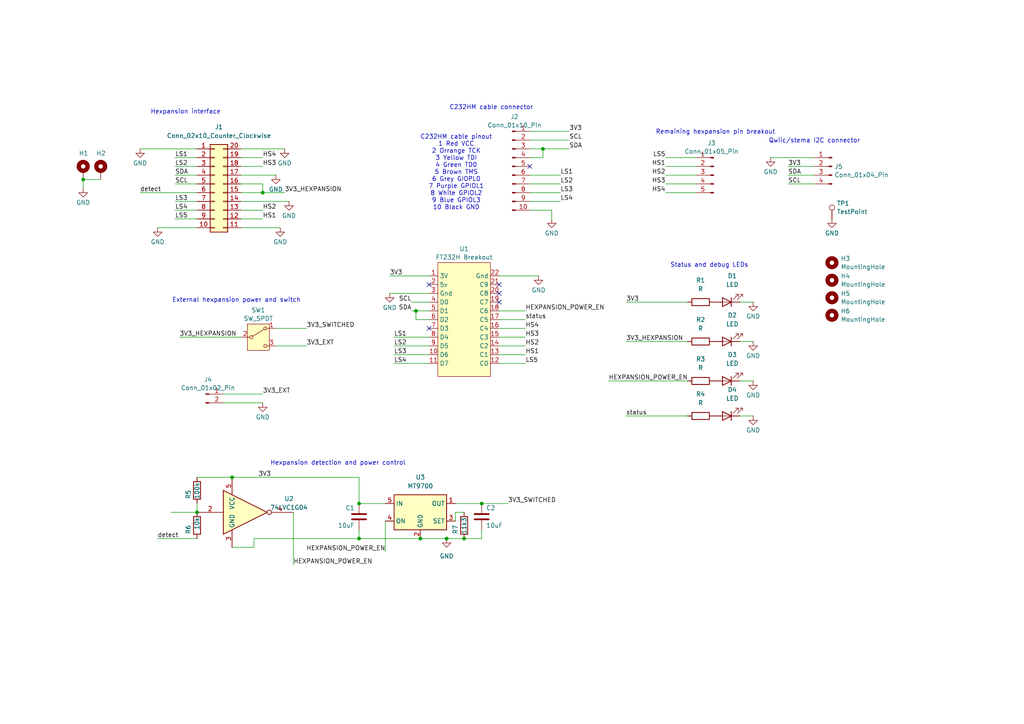
<source format=kicad_sch>
(kicad_sch (version 20231120) (generator "eeschema") (generator_version "8.0")
  (paper "A4")
  (title_block (title "Hespansion Quest Provisioning board"))
  (lib_symbols
    (symbol "74xGxx:74LVC1G04"
      (property "Reference" "U" (at 0 7.62 0))
      (property "Value" "74LVC1G04" (at 5.08 -7.62 0))
      (symbol "74LVC1G04_0_1"
        (polyline (pts (xy -7.62 6.35) (xy -7.62 -6.35) (xy 5.08 0) (xy -7.62 6.35)) (stroke (width 0.254)) (fill (type background)))
      )
      (symbol "74LVC1G04_1_1"
        (pin input line (at -15.24 0 0) (length 7.62) (name "~") (number "2"))
        (pin power_in line (at -5.08 -10.16 90) (length 5.08) (name "GND") (number "3"))
        (pin output inverted (at 12.7 0 180) (length 7.62) (name "~") (number "4"))
        (pin power_in line (at -5.08 10.16 270) (length 5.08) (name "VCC") (number "5"))
      )
    )
    (symbol "Connector:Conn_01x02_Pin" (pin_names (offset 1.016) hide)
      (property "Reference" "J" (at 0 2.54 0))
      (property "Value" "Conn_01x02_Pin" (at 0 -5.08 0))
      (symbol "Conn_01x02_Pin_1_1"
        (polyline (pts (xy 1.27 -2.54) (xy 0.8636 -2.54)) (stroke (width 0.1524)))
        (polyline (pts (xy 1.27 0) (xy 0.8636 0)) (stroke (width 0.1524)))
        (rectangle (start 0.8636 -2.413) (end 0 -2.667) (stroke (width 0.1524)) (fill (type outline)))
        (rectangle (start 0.8636 0.127) (end 0 -0.127) (stroke (width 0.1524)) (fill (type outline)))
        (pin passive line (at 5.08 0 180) (length 3.81) (name "Pin_1") (number "1"))
        (pin passive line (at 5.08 -2.54 180) (length 3.81) (name "Pin_2") (number "2"))
      )
    )
    (symbol "Connector:Conn_01x04_Pin" (pin_names (offset 1.016) hide)
      (property "Reference" "J" (at 0 5.08 0))
      (property "Value" "Conn_01x04_Pin" (at 0 -7.62 0))
      (symbol "Conn_01x04_Pin_1_1"
        (polyline (pts (xy 1.27 -5.08) (xy 0.8636 -5.08)) (stroke (width 0.1524)))
        (polyline (pts (xy 1.27 -2.54) (xy 0.8636 -2.54)) (stroke (width 0.1524)))
        (polyline (pts (xy 1.27 0) (xy 0.8636 0)) (stroke (width 0.1524)))
        (polyline (pts (xy 1.27 2.54) (xy 0.8636 2.54)) (stroke (width 0.1524)))
        (rectangle (start 0.8636 -4.953) (end 0 -5.207) (stroke (width 0.1524)) (fill (type outline)))
        (rectangle (start 0.8636 -2.413) (end 0 -2.667) (stroke (width 0.1524)) (fill (type outline)))
        (rectangle (start 0.8636 0.127) (end 0 -0.127) (stroke (width 0.1524)) (fill (type outline)))
        (rectangle (start 0.8636 2.667) (end 0 2.413) (stroke (width 0.1524)) (fill (type outline)))
        (pin passive line (at 5.08 2.54 180) (length 3.81) (name "Pin_1") (number "1"))
        (pin passive line (at 5.08 0 180) (length 3.81) (name "Pin_2") (number "2"))
        (pin passive line (at 5.08 -2.54 180) (length 3.81) (name "Pin_3") (number "3"))
        (pin passive line (at 5.08 -5.08 180) (length 3.81) (name "Pin_4") (number "4"))
      )
    )
    (symbol "Connector:Conn_01x05_Pin" (pin_names (offset 1.016) hide)
      (property "Reference" "J" (at 0 7.62 0))
      (property "Value" "Conn_01x05_Pin" (at 0 -7.62 0))
      (symbol "Conn_01x05_Pin_1_1"
        (polyline (pts (xy 1.27 -5.08) (xy 0.8636 -5.08)) (stroke (width 0.1524)))
        (polyline (pts (xy 1.27 -2.54) (xy 0.8636 -2.54)) (stroke (width 0.1524)))
        (polyline (pts (xy 1.27 0) (xy 0.8636 0)) (stroke (width 0.1524)))
        (polyline (pts (xy 1.27 2.54) (xy 0.8636 2.54)) (stroke (width 0.1524)))
        (polyline (pts (xy 1.27 5.08) (xy 0.8636 5.08)) (stroke (width 0.1524)))
        (rectangle (start 0.8636 -4.953) (end 0 -5.207) (stroke (width 0.1524)) (fill (type outline)))
        (rectangle (start 0.8636 -2.413) (end 0 -2.667) (stroke (width 0.1524)) (fill (type outline)))
        (rectangle (start 0.8636 0.127) (end 0 -0.127) (stroke (width 0.1524)) (fill (type outline)))
        (rectangle (start 0.8636 2.667) (end 0 2.413) (stroke (width 0.1524)) (fill (type outline)))
        (rectangle (start 0.8636 5.207) (end 0 4.953) (stroke (width 0.1524)) (fill (type outline)))
        (pin passive line (at 5.08 5.08 180) (length 3.81) (name "Pin_1") (number "1"))
        (pin passive line (at 5.08 2.54 180) (length 3.81) (name "Pin_2") (number "2"))
        (pin passive line (at 5.08 0 180) (length 3.81) (name "Pin_3") (number "3"))
        (pin passive line (at 5.08 -2.54 180) (length 3.81) (name "Pin_4") (number "4"))
        (pin passive line (at 5.08 -5.08 180) (length 3.81) (name "Pin_5") (number "5"))
      )
    )
    (symbol "Connector:Conn_01x10_Pin" (pin_names (offset 1.016) hide)
      (property "Reference" "J" (at 0 12.7 0))
      (property "Value" "Conn_01x10_Pin" (at 0 -15.24 0))
      (symbol "Conn_01x10_Pin_1_1"
        (polyline (pts (xy 1.27 -12.7) (xy 0.8636 -12.7)) (stroke (width 0.1524)))
        (polyline (pts (xy 1.27 -10.16) (xy 0.8636 -10.16)) (stroke (width 0.1524)))
        (polyline (pts (xy 1.27 -7.62) (xy 0.8636 -7.62)) (stroke (width 0.1524)))
        (polyline (pts (xy 1.27 -5.08) (xy 0.8636 -5.08)) (stroke (width 0.1524)))
        (polyline (pts (xy 1.27 -2.54) (xy 0.8636 -2.54)) (stroke (width 0.1524)))
        (polyline (pts (xy 1.27 0) (xy 0.8636 0)) (stroke (width 0.1524)))
        (polyline (pts (xy 1.27 2.54) (xy 0.8636 2.54)) (stroke (width 0.1524)))
        (polyline (pts (xy 1.27 5.08) (xy 0.8636 5.08)) (stroke (width 0.1524)))
        (polyline (pts (xy 1.27 7.62) (xy 0.8636 7.62)) (stroke (width 0.1524)))
        (polyline (pts (xy 1.27 10.16) (xy 0.8636 10.16)) (stroke (width 0.1524)))
        (rectangle (start 0.8636 -12.573) (end 0 -12.827) (stroke (width 0.1524)) (fill (type outline)))
        (rectangle (start 0.8636 -10.033) (end 0 -10.287) (stroke (width 0.1524)) (fill (type outline)))
        (rectangle (start 0.8636 -7.493) (end 0 -7.747) (stroke (width 0.1524)) (fill (type outline)))
        (rectangle (start 0.8636 -4.953) (end 0 -5.207) (stroke (width 0.1524)) (fill (type outline)))
        (rectangle (start 0.8636 -2.413) (end 0 -2.667) (stroke (width 0.1524)) (fill (type outline)))
        (rectangle (start 0.8636 0.127) (end 0 -0.127) (stroke (width 0.1524)) (fill (type outline)))
        (rectangle (start 0.8636 2.667) (end 0 2.413) (stroke (width 0.1524)) (fill (type outline)))
        (rectangle (start 0.8636 5.207) (end 0 4.953) (stroke (width 0.1524)) (fill (type outline)))
        (rectangle (start 0.8636 7.747) (end 0 7.493) (stroke (width 0.1524)) (fill (type outline)))
        (rectangle (start 0.8636 10.287) (end 0 10.033) (stroke (width 0.1524)) (fill (type outline)))
        (pin passive line (at 5.08 10.16 180) (length 3.81) (name "Pin_1") (number "1"))
        (pin passive line (at 5.08 -12.7 180) (length 3.81) (name "Pin_10") (number "10"))
        (pin passive line (at 5.08 7.62 180) (length 3.81) (name "Pin_2") (number "2"))
        (pin passive line (at 5.08 5.08 180) (length 3.81) (name "Pin_3") (number "3"))
        (pin passive line (at 5.08 2.54 180) (length 3.81) (name "Pin_4") (number "4"))
        (pin passive line (at 5.08 0 180) (length 3.81) (name "Pin_5") (number "5"))
        (pin passive line (at 5.08 -2.54 180) (length 3.81) (name "Pin_6") (number "6"))
        (pin passive line (at 5.08 -5.08 180) (length 3.81) (name "Pin_7") (number "7"))
        (pin passive line (at 5.08 -7.62 180) (length 3.81) (name "Pin_8") (number "8"))
        (pin passive line (at 5.08 -10.16 180) (length 3.81) (name "Pin_9") (number "9"))
      )
    )
    (symbol "Connector:TestPoint" (pin_numbers hide) (pin_names (offset 0.762) hide)
      (property "Reference" "TP" (at 0 6.858 0))
      (property "Value" "TestPoint" (at 0 5.08 0))
      (symbol "TestPoint_0_1"
        (circle (center 0 3.302) (radius 0.762))
      )
      (symbol "TestPoint_1_1"
        (pin passive line (at 0 0 90) (length 2.54) (name "1") (number "1"))
      )
    )
    (symbol "Connector_Generic:Conn_02x10_Counter_Clockwise" (pin_names (offset 1.016) hide)
      (property "Reference" "J" (at 1.27 12.7 0))
      (property "Value" "Conn_02x10_Counter_Clockwise" (at 1.27 -15.24 0))
      (symbol "Conn_02x10_Counter_Clockwise_1_1"
        (rectangle (start -1.27 -12.573) (end 0 -12.827) (stroke (width 0.1524)))
        (rectangle (start -1.27 -10.033) (end 0 -10.287) (stroke (width 0.1524)))
        (rectangle (start -1.27 -7.493) (end 0 -7.747) (stroke (width 0.1524)))
        (rectangle (start -1.27 -4.953) (end 0 -5.207) (stroke (width 0.1524)))
        (rectangle (start -1.27 -2.413) (end 0 -2.667) (stroke (width 0.1524)))
        (rectangle (start -1.27 0.127) (end 0 -0.127) (stroke (width 0.1524)))
        (rectangle (start -1.27 2.667) (end 0 2.413) (stroke (width 0.1524)))
        (rectangle (start -1.27 5.207) (end 0 4.953) (stroke (width 0.1524)))
        (rectangle (start -1.27 7.747) (end 0 7.493) (stroke (width 0.1524)))
        (rectangle (start -1.27 10.287) (end 0 10.033) (stroke (width 0.1524)))
        (rectangle (start -1.27 11.43) (end 3.81 -13.97) (stroke (width 0.254)) (fill (type background)))
        (rectangle (start 3.81 -12.573) (end 2.54 -12.827) (stroke (width 0.1524)))
        (rectangle (start 3.81 -10.033) (end 2.54 -10.287) (stroke (width 0.1524)))
        (rectangle (start 3.81 -7.493) (end 2.54 -7.747) (stroke (width 0.1524)))
        (rectangle (start 3.81 -4.953) (end 2.54 -5.207) (stroke (width 0.1524)))
        (rectangle (start 3.81 -2.413) (end 2.54 -2.667) (stroke (width 0.1524)))
        (rectangle (start 3.81 0.127) (end 2.54 -0.127) (stroke (width 0.1524)))
        (rectangle (start 3.81 2.667) (end 2.54 2.413) (stroke (width 0.1524)))
        (rectangle (start 3.81 5.207) (end 2.54 4.953) (stroke (width 0.1524)))
        (rectangle (start 3.81 7.747) (end 2.54 7.493) (stroke (width 0.1524)))
        (rectangle (start 3.81 10.287) (end 2.54 10.033) (stroke (width 0.1524)))
        (pin passive line (at -5.08 10.16 0) (length 3.81) (name "Pin_1") (number "1"))
        (pin passive line (at -5.08 -12.7 0) (length 3.81) (name "Pin_10") (number "10"))
        (pin passive line (at 7.62 -12.7 180) (length 3.81) (name "Pin_11") (number "11"))
        (pin passive line (at 7.62 -10.16 180) (length 3.81) (name "Pin_12") (number "12"))
        (pin passive line (at 7.62 -7.62 180) (length 3.81) (name "Pin_13") (number "13"))
        (pin passive line (at 7.62 -5.08 180) (length 3.81) (name "Pin_14") (number "14"))
        (pin passive line (at 7.62 -2.54 180) (length 3.81) (name "Pin_15") (number "15"))
        (pin passive line (at 7.62 0 180) (length 3.81) (name "Pin_16") (number "16"))
        (pin passive line (at 7.62 2.54 180) (length 3.81) (name "Pin_17") (number "17"))
        (pin passive line (at 7.62 5.08 180) (length 3.81) (name "Pin_18") (number "18"))
        (pin passive line (at 7.62 7.62 180) (length 3.81) (name "Pin_19") (number "19"))
        (pin passive line (at -5.08 7.62 0) (length 3.81) (name "Pin_2") (number "2"))
        (pin passive line (at 7.62 10.16 180) (length 3.81) (name "Pin_20") (number "20"))
        (pin passive line (at -5.08 5.08 0) (length 3.81) (name "Pin_3") (number "3"))
        (pin passive line (at -5.08 2.54 0) (length 3.81) (name "Pin_4") (number "4"))
        (pin passive line (at -5.08 0 0) (length 3.81) (name "Pin_5") (number "5"))
        (pin passive line (at -5.08 -2.54 0) (length 3.81) (name "Pin_6") (number "6"))
        (pin passive line (at -5.08 -5.08 0) (length 3.81) (name "Pin_7") (number "7"))
        (pin passive line (at -5.08 -7.62 0) (length 3.81) (name "Pin_8") (number "8"))
        (pin passive line (at -5.08 -10.16 0) (length 3.81) (name "Pin_9") (number "9"))
      )
    )
    (symbol "Device:C" (pin_numbers hide) (pin_names (offset 0.254))
      (property "Reference" "C" (at 0.635 2.54 0))
      (property "Value" "C" (at 0.635 -2.54 0))
      (symbol "C_0_1"
        (polyline (pts (xy -2.032 -0.762) (xy 2.032 -0.762)) (stroke (width 0.508)))
        (polyline (pts (xy -2.032 0.762) (xy 2.032 0.762)) (stroke (width 0.508)))
      )
      (symbol "C_1_1"
        (pin passive line (at 0 3.81 270) (length 2.794) (name "~") (number "1"))
        (pin passive line (at 0 -3.81 90) (length 2.794) (name "~") (number "2"))
      )
    )
    (symbol "Device:LED" (pin_numbers hide) (pin_names (offset 1.016) hide)
      (property "Reference" "D" (at 0 2.54 0))
      (property "Value" "LED" (at 0 -2.54 0))
      (symbol "LED_0_1"
        (polyline (pts (xy -1.27 -1.27) (xy -1.27 1.27)) (stroke (width 0.254)))
        (polyline (pts (xy -1.27 0) (xy 1.27 0)))
        (polyline (pts (xy 1.27 -1.27) (xy 1.27 1.27) (xy -1.27 0) (xy 1.27 -1.27)) (stroke (width 0.254)))
        (polyline (pts (xy -3.048 -0.762) (xy -4.572 -2.286) (xy -3.81 -2.286) (xy -4.572 -2.286) (xy -4.572 -1.524)))
        (polyline (pts (xy -1.778 -0.762) (xy -3.302 -2.286) (xy -2.54 -2.286) (xy -3.302 -2.286) (xy -3.302 -1.524)))
      )
      (symbol "LED_1_1"
        (pin passive line (at -3.81 0 0) (length 2.54) (name "K") (number "1"))
        (pin passive line (at 3.81 0 180) (length 2.54) (name "A") (number "2"))
      )
    )
    (symbol "Device:R" (pin_numbers hide) (pin_names (offset 0))
      (property "Reference" "R" (at 2.032 0 90))
      (property "Value" "R" (at 0 0 90))
      (symbol "R_0_1"
        (rectangle (start -1.016 -2.54) (end 1.016 2.54) (stroke (width 0.254)))
      )
      (symbol "R_1_1"
        (pin passive line (at 0 3.81 270) (length 1.27) (name "~") (number "1"))
        (pin passive line (at 0 -3.81 90) (length 1.27) (name "~") (number "2"))
      )
    )
    (symbol "Mechanical:MountingHole" (pin_names (offset 1.016)) (exclude_from_sim yes) (in_bom no)
      (property "Reference" "H" (at 0 5.08 0))
      (property "Value" "MountingHole" (at 0 3.175 0))
      (symbol "MountingHole_0_1"
        (circle (center 0 0) (radius 1.27) (stroke (width 1.27)))
      )
    )
    (symbol "Mechanical:MountingHole_Pad" (pin_numbers hide) (pin_names (offset 1.016) hide)
      (property "Reference" "H" (at 0 6.35 0))
      (property "Value" "MountingHole_Pad" (at 0 4.445 0))
      (symbol "MountingHole_Pad_0_1"
        (circle (center 0 1.27) (radius 1.27) (stroke (width 1.27)))
      )
      (symbol "MountingHole_Pad_1_1"
        (pin input line (at 0 -2.54 90) (length 2.54) (name "1") (number "1"))
      )
    )
    (symbol "Power_Management:AAT4610BIGV-1-T1"
      (property "Reference" "U" (at -6.35 -6.35 0))
      (property "Value" "AAT4610BIGV-1-T1" (at 0 6.35 0))
      (symbol "AAT4610BIGV-1-T1_0_1"
        (rectangle (start -7.62 5.08) (end 7.62 -5.08) (stroke (width 0.254)) (fill (type background)))
      )
      (symbol "AAT4610BIGV-1-T1_1_1"
        (pin power_out line (at 10.16 2.54 180) (length 2.54) (name "OUT") (number "1"))
        (pin power_in line (at 0 -7.62 90) (length 2.54) (name "GND") (number "2"))
        (pin passive line (at 10.16 -2.54 180) (length 2.54) (name "SET") (number "3"))
        (pin input line (at -10.16 -2.54 0) (length 2.54) (name "ON") (number "4"))
        (pin power_in line (at -10.16 2.54 0) (length 2.54) (name "IN") (number "5"))
      )
    )
    (symbol "Switch:SW_SPDT" (pin_names (offset 0) hide)
      (property "Reference" "SW" (at 0 5.08 0))
      (property "Value" "SW_SPDT" (at 0 -5.08 0))
      (symbol "SW_SPDT_0_1"
        (circle (center -2.032 0) (radius 0.4572))
        (polyline (pts (xy -1.651 0.254) (xy 1.651 2.286)))
        (circle (center 2.032 -2.54) (radius 0.4572))
        (circle (center 2.032 2.54) (radius 0.4572))
      )
      (symbol "SW_SPDT_1_1"
        (rectangle (start -3.175 3.81) (end 3.175 -3.81) (fill (type background)))
        (pin passive line (at 5.08 2.54 180) (length 2.54) (name "A") (number "1"))
        (pin passive line (at -5.08 0 0) (length 2.54) (name "B") (number "2"))
        (pin passive line (at 5.08 -2.54 180) (length 2.54) (name "C") (number "3"))
      )
    )
    (symbol "hexpansion:adafruit_FT232H"
      (property "Reference" "U" (at 0 -19.812 0))
      (property "Value" "FT232H Breakout" (at 0 -17.78 0))
      (symbol "adafruit_FT232H_0_0"
        (pin power_out line (at -10.16 12.7 0) (length 2.54) (name "3V") (number "1"))
        (pin bidirectional line (at -10.16 -10.16 0) (length 2.54) (name "D6") (number "10"))
        (pin bidirectional line (at -10.16 -12.7 0) (length 2.54) (name "D7") (number "11"))
        (pin bidirectional line (at 10.16 -12.7 180) (length 2.54) (name "C0") (number "12"))
        (pin bidirectional line (at 10.16 -10.16 180) (length 2.54) (name "C1") (number "13"))
        (pin bidirectional line (at 10.16 -7.62 180) (length 2.54) (name "C2") (number "14"))
        (pin bidirectional line (at 10.16 -5.08 180) (length 2.54) (name "C3") (number "15"))
        (pin bidirectional line (at 10.16 -2.54 180) (length 2.54) (name "C4") (number "16"))
        (pin bidirectional line (at 10.16 0 180) (length 2.54) (name "C5") (number "17"))
        (pin bidirectional line (at 10.16 2.54 180) (length 2.54) (name "C6") (number "18"))
        (pin bidirectional line (at 10.16 5.08 180) (length 2.54) (name "C7") (number "19"))
        (pin power_out line (at -10.16 10.16 0) (length 2.54) (name "5v") (number "2"))
        (pin bidirectional line (at 10.16 7.62 180) (length 2.54) (name "C8") (number "20"))
        (pin bidirectional line (at 10.16 10.16 180) (length 2.54) (name "C9") (number "21"))
        (pin power_out line (at -10.16 7.62 0) (length 2.54) (name "Gnd") (number "3"))
        (pin bidirectional line (at -10.16 5.08 0) (length 2.54) (name "D0") (number "4"))
        (pin bidirectional line (at -10.16 2.54 0) (length 2.54) (name "D1") (number "5"))
        (pin bidirectional line (at -10.16 0 0) (length 2.54) (name "D2") (number "6"))
        (pin bidirectional line (at -10.16 -2.54 0) (length 2.54) (name "D3") (number "7"))
        (pin bidirectional line (at -10.16 -5.08 0) (length 2.54) (name "D4") (number "8"))
        (pin bidirectional line (at -10.16 -7.62 0) (length 2.54) (name "D5") (number "9"))
      )
      (symbol "adafruit_FT232H_1_0"
        (pin power_out line (at 10.16 12.7 180) (length 2.54) (name "Gnd") (number "22"))
      )
      (symbol "adafruit_FT232H_1_1"
        (rectangle (start -7.62 16.51) (end 7.62 -16.51) (fill (type background)))
      )
    )
    (symbol "power:GND" (power) (pin_numbers hide) (pin_names (offset 0) hide)
      (property "Value" "GND" (at 0 -3.81 0))
      (symbol "GND_0_1"
        (polyline (pts (xy 0 0) (xy 0 -1.27) (xy 1.27 -1.27) (xy 0 -2.54) (xy -1.27 -1.27) (xy 0 -1.27)))
      )
      (symbol "GND_1_1"
        (pin power_in line (at 0 0 270) (length 0) (name "~") (number "1"))
      )
    )
  )
  (junction (at 76.2 55.88))
  (junction (at 104.14 156.21))
  (junction (at 121.92 156.21))
  (junction (at 129.54 156.21))
  (junction (at 120.65 90.17))
  (junction (at 157.48 43.18))
  (junction (at 24.13 52.07))
  (junction (at 139.7 146.05))
  (junction (at 134.62 156.21))
  (junction (at 57.15 148.59))
  (junction (at 104.14 146.05))
  (junction (at 67.31 138.43))
  (no_connect (at 153.67 48.26))
  (no_connect (at 124.46 95.25))
  (no_connect (at 144.78 87.63))
  (no_connect (at 144.78 85.09))
  (no_connect (at 124.46 82.55))
  (no_connect (at 144.78 82.55))
  (wire (pts (xy 176.53 110.49) (xy 199.39 110.49)))
  (wire (pts (xy 153.67 58.42) (xy 162.56 58.42)))
  (wire (pts (xy 113.03 80.01) (xy 124.46 80.01)))
  (wire (pts (xy 153.67 60.96) (xy 160.02 60.96)))
  (wire (pts (xy 223.52 45.72) (xy 236.22 45.72)))
  (wire (pts (xy 153.67 45.72) (xy 157.48 45.72)))
  (wire (pts (xy 153.67 40.64) (xy 165.1 40.64)))
  (wire (pts (xy 45.72 156.21) (xy 57.15 156.21)))
  (wire (pts (xy 144.78 92.71) (xy 152.4 92.71)))
  (wire (pts (xy 228.6 48.26) (xy 236.22 48.26)))
  (wire (pts (xy 45.72 66.04) (xy 57.15 66.04)))
  (wire (pts (xy 160.02 60.96) (xy 160.02 63.5)))
  (wire (pts (xy 50.8 53.34) (xy 57.15 53.34)))
  (wire (pts (xy 104.14 156.21) (xy 121.92 156.21)))
  (wire (pts (xy 139.7 156.21) (xy 139.7 153.67)))
  (wire (pts (xy 124.46 92.71) (xy 120.65 92.71)))
  (wire (pts (xy 124.46 87.63) (xy 119.38 87.63)))
  (wire (pts (xy 57.15 138.43) (xy 67.31 138.43)))
  (wire (pts (xy 214.63 99.06) (xy 218.44 99.06)))
  (wire (pts (xy 144.78 102.87) (xy 152.4 102.87)))
  (wire (pts (xy 144.78 105.41) (xy 152.4 105.41)))
  (wire (pts (xy 114.3 102.87) (xy 124.46 102.87)))
  (wire (pts (xy 201.93 48.26) (xy 193.04 48.26)))
  (wire (pts (xy 114.3 105.41) (xy 124.46 105.41)))
  (wire (pts (xy 214.63 87.63) (xy 218.44 87.63)))
  (wire (pts (xy 80.01 100.33) (xy 88.9 100.33)))
  (wire (pts (xy 67.31 138.43) (xy 104.14 138.43)))
  (wire (pts (xy 153.67 53.34) (xy 162.56 53.34)))
  (wire (pts (xy 69.85 45.72) (xy 76.2 45.72)))
  (wire (pts (xy 153.67 38.1) (xy 165.1 38.1)))
  (wire (pts (xy 157.48 45.72) (xy 157.48 43.18)))
  (wire (pts (xy 181.61 87.63) (xy 199.39 87.63)))
  (wire (pts (xy 228.6 50.8) (xy 236.22 50.8)))
  (wire (pts (xy 69.85 66.04) (xy 81.28 66.04)))
  (wire (pts (xy 144.78 100.33) (xy 152.4 100.33)))
  (wire (pts (xy 121.92 156.21) (xy 129.54 156.21)))
  (wire (pts (xy 64.77 114.3) (xy 76.2 114.3)))
  (wire (pts (xy 124.46 90.17) (xy 120.65 90.17)))
  (wire (pts (xy 153.67 55.88) (xy 162.56 55.88)))
  (wire (pts (xy 153.67 43.18) (xy 157.48 43.18)))
  (wire (pts (xy 120.65 92.71) (xy 120.65 90.17)))
  (wire (pts (xy 69.85 60.96) (xy 76.2 60.96)))
  (wire (pts (xy 134.62 156.21) (xy 139.7 156.21)))
  (wire (pts (xy 49.53 148.59) (xy 57.15 148.59)))
  (wire (pts (xy 114.3 97.79) (xy 124.46 97.79)))
  (wire (pts (xy 129.54 156.21) (xy 134.62 156.21)))
  (wire (pts (xy 40.64 55.88) (xy 57.15 55.88)))
  (wire (pts (xy 153.67 50.8) (xy 162.56 50.8)))
  (wire (pts (xy 144.78 80.01) (xy 156.21 80.01)))
  (wire (pts (xy 228.6 53.34) (xy 236.22 53.34)))
  (wire (pts (xy 201.93 53.34) (xy 193.04 53.34)))
  (wire (pts (xy 73.66 158.75) (xy 67.31 158.75)))
  (wire (pts (xy 52.07 97.79) (xy 69.85 97.79)))
  (wire (pts (xy 69.85 50.8) (xy 80.01 50.8)))
  (wire (pts (xy 214.63 120.65) (xy 218.44 120.65)))
  (wire (pts (xy 57.15 146.05) (xy 57.15 148.59)))
  (wire (pts (xy 69.85 63.5) (xy 76.2 63.5)))
  (wire (pts (xy 69.85 48.26) (xy 76.2 48.26)))
  (wire (pts (xy 50.8 63.5) (xy 57.15 63.5)))
  (wire (pts (xy 120.65 90.17) (xy 119.38 90.17)))
  (wire (pts (xy 214.63 110.49) (xy 218.44 110.49)))
  (wire (pts (xy 147.32 146.05) (xy 139.7 146.05)))
  (wire (pts (xy 73.66 156.21) (xy 73.66 158.75)))
  (wire (pts (xy 24.13 52.07) (xy 24.13 54.61)))
  (wire (pts (xy 157.48 43.18) (xy 165.1 43.18)))
  (wire (pts (xy 69.85 53.34) (xy 76.2 53.34)))
  (wire (pts (xy 132.08 151.13) (xy 132.08 148.59)))
  (wire (pts (xy 132.08 146.05) (xy 139.7 146.05)))
  (wire (pts (xy 40.64 43.18) (xy 57.15 43.18)))
  (wire (pts (xy 69.85 58.42) (xy 83.82 58.42)))
  (wire (pts (xy 80.01 95.25) (xy 88.9 95.25)))
  (wire (pts (xy 113.03 85.09) (xy 124.46 85.09)))
  (wire (pts (xy 24.13 52.07) (xy 29.21 52.07)))
  (wire (pts (xy 201.93 55.88) (xy 193.04 55.88)))
  (wire (pts (xy 85.09 148.59) (xy 85.09 163.83)))
  (wire (pts (xy 104.14 138.43) (xy 104.14 146.05)))
  (wire (pts (xy 104.14 146.05) (xy 111.76 146.05)))
  (wire (pts (xy 114.3 100.33) (xy 124.46 100.33)))
  (wire (pts (xy 181.61 120.65) (xy 199.39 120.65)))
  (wire (pts (xy 76.2 53.34) (xy 76.2 55.88)))
  (wire (pts (xy 69.85 55.88) (xy 76.2 55.88)))
  (wire (pts (xy 144.78 90.17) (xy 152.4 90.17)))
  (wire (pts (xy 144.78 97.79) (xy 152.4 97.79)))
  (wire (pts (xy 50.8 60.96) (xy 57.15 60.96)))
  (wire (pts (xy 50.8 45.72) (xy 57.15 45.72)))
  (wire (pts (xy 69.85 43.18) (xy 82.55 43.18)))
  (wire (pts (xy 104.14 156.21) (xy 73.66 156.21)))
  (wire (pts (xy 50.8 50.8) (xy 57.15 50.8)))
  (wire (pts (xy 144.78 95.25) (xy 152.4 95.25)))
  (wire (pts (xy 201.93 50.8) (xy 193.04 50.8)))
  (wire (pts (xy 104.14 153.67) (xy 104.14 156.21)))
  (wire (pts (xy 64.77 116.84) (xy 76.2 116.84)))
  (wire (pts (xy 76.2 55.88) (xy 82.55 55.88)))
  (wire (pts (xy 201.93 45.72) (xy 193.04 45.72)))
  (wire (pts (xy 50.8 48.26) (xy 57.15 48.26)))
  (wire (pts (xy 181.61 99.06) (xy 199.39 99.06)))
  (wire (pts (xy 111.76 151.13) (xy 111.76 160.02)))
  (wire (pts (xy 50.8 58.42) (xy 57.15 58.42)))
  (wire (pts (xy 132.08 148.59) (xy 134.62 148.59)))
  (text "C232HM cable connector" (at 142.494 31.242 0) (effects (font (size 1.27 1.27))))
  (text "External hexpansion power and switch" (at 68.58 87.122 0) (effects (font (size 1.27 1.27))))
  (text "Hexpansion detection and power control\n" (at 98.044 134.366 0) (effects (font (size 1.27 1.27))))
  (text "Qwiic/stema I2C connector" (at 236.22 40.894 0) (effects (font (size 1.27 1.27))))
  (text "C232HM cable pinout\n1 Red VCC\n2 Orrange TCK\n3 Yellow TDI\n4 Green TD0\n5 Brown TMS\n6 Grey GIOPL0\n7 Purple GPIOL1\n8 White GPIOL2\n9 Blue GPIOL3\n10 Black GND" (at 132.334 50.038 0) (effects (font (size 1.27 1.27))))
  (text "Hexpansion interface" (at 53.848 32.512 0) (effects (font (size 1.27 1.27))))
  (text "Status and debug LEDs" (at 205.74 76.962 0) (effects (font (size 1.27 1.27))))
  (text "Remaining hexpansion pin breakout" (at 207.518 38.354 0) (effects (font (size 1.27 1.27))))
  (label "HS2" (at 76.2 60.96 0))
  (label "3V3" (at 113.03 80.01 0))
  (label "3V3_HEXPANSION" (at 82.55 55.88 0))
  (label "LS4" (at 162.56 58.42 0))
  (label "HEXPANSION_POWER_EN" (at 152.4 90.17 0))
  (label "LS3" (at 162.56 55.88 0))
  (label "LS2" (at 114.3 100.33 0))
  (label "LS5" (at 50.8 63.5 0))
  (label "HS1" (at 152.4 102.87 0))
  (label "LS2" (at 50.8 48.26 0))
  (label "3V3" (at 181.61 87.63 0))
  (label "HS3" (at 152.4 97.79 0))
  (label "SDA" (at 165.1 43.18 0))
  (label "3V3" (at 228.6 48.26 0))
  (label "3V3_EXT" (at 88.9 100.33 0))
  (label "SCL" (at 228.6 53.34 0))
  (label "3V3_HEXPANSION" (at 181.61 99.06 0))
  (label "SCL" (at 165.1 40.64 0))
  (label "LS1" (at 114.3 97.79 0))
  (label "SDA" (at 119.38 90.17 180))
  (label "3V3_SWITCHED" (at 147.32 146.05 0))
  (label "LS4" (at 114.3 105.41 0))
  (label "LS5" (at 152.4 105.41 0))
  (label "LS1" (at 162.56 50.8 0))
  (label "3V3" (at 165.1 38.1 0))
  (label "3V3_HEXPANSION" (at 52.07 97.79 0))
  (label "HS3" (at 76.2 48.26 0))
  (label "LS4" (at 50.8 60.96 0))
  (label "HEXPANSION_POWER_EN" (at 176.53 110.49 0))
  (label "LS2" (at 162.56 53.34 0))
  (label "LS5" (at 193.04 45.72 180))
  (label "LS3" (at 50.8 58.42 0))
  (label "LS3" (at 114.3 102.87 0))
  (label "SCL" (at 50.8 53.34 0))
  (label "HS2" (at 152.4 100.33 0))
  (label "HS1" (at 76.2 63.5 0))
  (label "HEXPANSION_POWER_EN" (at 111.76 160.02 180))
  (label "SDA" (at 228.6 50.8 0))
  (label "HS3" (at 193.04 53.34 180))
  (label "HS1" (at 193.04 48.26 180))
  (label "HS2" (at 193.04 50.8 180))
  (label "3V3_EXT" (at 76.2 114.3 0))
  (label "3V3_SWITCHED" (at 88.9 95.25 0))
  (label "LS1" (at 50.8 45.72 0))
  (label "HS4" (at 152.4 95.25 0))
  (label "HS4" (at 193.04 55.88 180))
  (label "SCL" (at 119.38 87.63 180))
  (label "SDA" (at 50.8 50.8 0))
  (label "HS4" (at 76.2 45.72 0))
  (label "detect" (at 45.72 156.21 0))
  (label "HEXPANSION_POWER_EN" (at 85.09 163.83 0))
  (label "detect" (at 40.64 55.88 0))
  (label "status" (at 181.61 120.65 0))
  (label "3V3" (at 74.93 138.43 0))
  (label "status" (at 152.4 92.71 0))
  (symbol (lib_id "Device:R") (at 57.15 142.24 0) (unit 1)
    (property "Reference" "R5" (at 54.61 144.78 90) (effects (justify left)))
    (property "Value" "100k" (at 57.15 144.78 90) (effects (justify left)))
    (property "Footprint" "Resistor_SMD:R_0402_1005Metric" (effects (hide yes)))
  )
  (symbol (lib_id "Mechanical:MountingHole_Pad") (at 29.21 49.53 0) (unit 1)
    (property "Reference" "H2" (at 27.94 44.45 0) (effects (justify left)))
    (property "Value" "MountingHole_Pad" (effects (hide yes)))
    (property "Footprint" "hexpansion:SMTSO2030CTJ" (effects (hide yes)))
  )
  (symbol (lib_id "power:GND") (at 80.01 50.8 0) (unit 1)
    (property "Reference" "#PWR02" (effects (hide yes)))
    (property "Value" "GND" (at 80.01 54.9331 0))
    (property "Description" "Power symbol creates a global label with name \"GND\" , ground" (effects (hide yes)))
  )
  (symbol (lib_id "Device:R") (at 57.15 152.4 0) (unit 1)
    (property "Reference" "R6" (at 54.61 154.94 90) (effects (justify left)))
    (property "Value" "10k" (at 57.15 153.67 90) (effects (justify left)))
    (property "Footprint" "Resistor_SMD:R_0402_1005Metric" (effects (hide yes)))
  )
  (symbol (lib_id "Device:R") (at 134.62 152.4 0) (unit 1)
    (property "Reference" "R7" (at 132.08 154.94 90) (effects (justify left)))
    (property "Value" "11k3" (at 134.62 154.94 90) (effects (justify left)))
    (property "Footprint" "Resistor_SMD:R_0603_1608Metric" (effects (hide yes)))
  )
  (symbol (lib_id "Device:LED") (at 210.82 110.49 180) (unit 1)
    (property "Reference" "D3" (at 212.4075 102.87 0))
    (property "Value" "LED" (at 212.4075 105.41 0))
    (property "Footprint" "LED_SMD:LED_0805_2012Metric" (effects (hide yes)))
    (property "Description" "Light emitting diode" (effects (hide yes)))
  )
  (symbol (lib_id "74xGxx:74LVC1G04") (at 72.39 148.59 0) (unit 1)
    (property "Reference" "U2" (at 83.82 144.6531 0))
    (property "Value" "74LVC1G04" (at 83.82 147.1931 0))
    (property "Footprint" "Package_TO_SOT_SMD:SOT-23-5" (effects (hide yes)))
    (property "Datasheet" "https://www.ti.com/lit/ds/symlink/sn74lvc1g04.pdf" (effects (hide yes)))
  )
  (symbol (lib_id "Device:LED") (at 210.82 99.06 180) (unit 1)
    (property "Reference" "D2" (at 212.4075 91.44 0))
    (property "Value" "LED" (at 212.4075 93.98 0))
    (property "Footprint" "LED_SMD:LED_0805_2012Metric" (effects (hide yes)))
    (property "Description" "Light emitting diode" (effects (hide yes)))
  )
  (symbol (lib_id "power:GND") (at 218.44 99.06 0) (unit 1)
    (property "Reference" "#PWR014" (effects (hide yes)))
    (property "Value" "GND" (at 218.44 103.1931 0))
    (property "Description" "Power symbol creates a global label with name \"GND\" , ground" (effects (hide yes)))
  )
  (symbol (lib_id "power:GND") (at 82.55 43.18 0) (unit 1)
    (property "Reference" "#PWR01" (effects (hide yes)))
    (property "Value" "GND" (at 82.55 47.3131 0))
    (property "Description" "Power symbol creates a global label with name \"GND\" , ground" (effects (hide yes)))
  )
  (symbol (lib_id "power:GND") (at 76.2 116.84 0) (unit 1)
    (property "Reference" "#PWR012" (effects (hide yes)))
    (property "Value" "GND" (at 76.2 120.9731 0))
    (property "Description" "Power symbol creates a global label with name \"GND\" , ground" (effects (hide yes)))
  )
  (symbol (lib_id "hexpansion:adafruit_FT232H") (at 134.62 92.71 0) (unit 1)
    (property "Reference" "U1" (at 134.62 72.1825 0))
    (property "Value" "FT232H Breakout" (at 134.62 74.6068 0))
    (property "Footprint" "hexpansion:Adafruit_2264_v2" (effects (hide yes)))
    (property "Datasheet" "https://www.adafruit.com/product/2264" (effects (hide yes)))
    (property "Description" "FT232H breakout module" (effects (hide yes)))
  )
  (symbol (lib_id "Device:C") (at 139.7 149.86 0) (unit 1)
    (property "Reference" "C2" (at 140.97 147.32 0) (effects (justify left)))
    (property "Value" "10uF" (at 140.97 152.4 0) (effects (justify left)))
    (property "Footprint" "Capacitor_SMD:C_1206_3216Metric" (effects (hide yes)))
  )
  (symbol (lib_id "power:GND") (at 218.44 110.49 0) (unit 1)
    (property "Reference" "#PWR017" (effects (hide yes)))
    (property "Value" "GND" (at 218.44 114.6231 0))
    (property "Description" "Power symbol creates a global label with name \"GND\" , ground" (effects (hide yes)))
  )
  (symbol (lib_id "Mechanical:MountingHole") (at 241.3 91.44 0) (unit 1) (exclude_from_sim yes) (in_bom no)
    (property "Reference" "H6" (at 243.84 90.2278 0) (effects (justify left)))
    (property "Value" "MountingHole" (at 243.84 92.6521 0) (effects (justify left)))
    (property "Footprint" "MountingHole:MountingHole_2.7mm_M2.5" (effects (hide yes)))
    (property "Description" "Mounting Hole without connection" (effects (hide yes)))
  )
  (symbol (lib_id "power:GND") (at 156.21 80.01 0) (unit 1)
    (property "Reference" "#PWR08" (effects (hide yes)))
    (property "Value" "GND" (at 156.21 84.1431 0))
    (property "Description" "Power symbol creates a global label with name \"GND\" , ground" (effects (hide yes)))
  )
  (symbol (lib_id "power:GND") (at 40.64 43.18 0) (unit 1)
    (property "Reference" "#PWR05" (effects (hide yes)))
    (property "Value" "GND" (at 40.64 47.3131 0))
    (property "Description" "Power symbol creates a global label with name \"GND\" , ground" (effects (hide yes)))
  )
  (symbol (lib_id "power:GND") (at 83.82 58.42 0) (unit 1)
    (property "Reference" "#PWR06" (effects (hide yes)))
    (property "Value" "GND" (at 83.82 62.5531 0))
    (property "Description" "Power symbol creates a global label with name \"GND\" , ground" (effects (hide yes)))
  )
  (symbol (lib_id "Connector_Generic:Conn_02x10_Counter_Clockwise") (at 62.23 53.34 0) (unit 1)
    (property "Reference" "J1" (at 63.5 36.83 0))
    (property "Value" "Conn_02x10_Counter_Clockwise" (at 63.5 39.37 0))
    (property "Footprint" "hexpansion:SFP" (effects (hide yes)))
  )
  (symbol (lib_id "Device:C") (at 104.14 149.86 0) (mirror y) (unit 1)
    (property "Reference" "C1" (at 102.87 147.32 0) (effects (justify left)))
    (property "Value" "10uF" (at 102.87 152.4 0) (effects (justify left)))
    (property "Footprint" "Capacitor_SMD:C_1206_3216Metric" (effects (hide yes)))
  )
  (symbol (lib_id "power:GND") (at 218.44 120.65 0) (unit 1)
    (property "Reference" "#PWR015" (effects (hide yes)))
    (property "Value" "GND" (at 218.44 124.7831 0))
    (property "Description" "Power symbol creates a global label with name \"GND\" , ground" (effects (hide yes)))
  )
  (symbol (lib_id "power:GND") (at 241.3 63.5 0) (unit 1)
    (property "Reference" "#PWR018" (effects (hide yes)))
    (property "Value" "GND" (at 241.3 67.6331 0))
    (property "Description" "Power symbol creates a global label with name \"GND\" , ground" (effects (hide yes)))
  )
  (symbol (lib_id "Power_Management:AAT4610BIGV-1-T1") (at 121.92 148.59 0) (unit 1)
    (property "Reference" "U3" (at 121.92 138.43 0))
    (property "Value" "MT9700" (at 121.92 140.97 0))
    (property "Footprint" "Package_TO_SOT_SMD:SOT-23-5" (effects (hide yes)))
    (property "Datasheet" "http://www.skyworksinc.com/uploads/documents/201937A.pdf" (effects (hide yes)))
  )
  (symbol (lib_id "power:GND") (at 24.13 54.61 0) (unit 1)
    (property "Reference" "#PWR011" (effects (hide yes)))
    (property "Value" "GND" (at 24.13 58.7431 0))
    (property "Description" "Power symbol creates a global label with name \"GND\" , ground" (effects (hide yes)))
  )
  (symbol (lib_id "Connector:Conn_01x10_Pin") (at 148.59 48.26 0) (unit 1)
    (property "Reference" "J2" (at 149.225 33.8793 0))
    (property "Value" "Conn_01x10_Pin" (at 149.225 36.3036 0))
    (property "Footprint" "Connector_PinHeader_2.54mm:PinHeader_1x10_P2.54mm_Vertical" (effects (hide yes)))
    (property "Description" "Generic connector, single row, 01x10, script generated" (effects (hide yes)))
  )
  (symbol (lib_id "Mechanical:MountingHole_Pad") (at 24.13 49.53 0) (unit 1)
    (property "Reference" "H1" (at 22.86 44.45 0) (effects (justify left)))
    (property "Value" "MountingHole_Pad" (effects (hide yes)))
    (property "Footprint" "hexpansion:SMTSO2030CTJ" (effects (hide yes)))
  )
  (symbol (lib_id "power:GND") (at 81.28 66.04 0) (unit 1)
    (property "Reference" "#PWR03" (effects (hide yes)))
    (property "Value" "GND" (at 81.28 70.1731 0))
    (property "Description" "Power symbol creates a global label with name \"GND\" , ground" (effects (hide yes)))
  )
  (symbol (lib_id "Device:R") (at 203.2 99.06 90) (unit 1)
    (property "Reference" "R2" (at 203.2 92.71 90))
    (property "Value" "R" (at 203.2 95.25 90))
    (property "Footprint" "Resistor_SMD:R_0603_1608Metric" (effects (hide yes)))
    (property "Description" "Resistor" (effects (hide yes)))
  )
  (symbol (lib_id "Connector:Conn_01x04_Pin") (at 241.3 48.26 0) (mirror y) (unit 1)
    (property "Reference" "J5" (at 242.0112 48.3178 0) (effects (justify right)))
    (property "Value" "Conn_01x04_Pin" (at 242.0112 50.7421 0) (effects (justify right)))
    (property "Footprint" "Connector_JST:JST_SH_SM04B-SRSS-TB_1x04-1MP_P1.00mm_Horizontal" (effects (hide yes)))
    (property "Description" "Generic connector, single row, 01x04, script generated" (effects (hide yes)))
  )
  (symbol (lib_id "Switch:SW_SPDT") (at 74.93 97.79 0) (unit 1)
    (property "Reference" "SW1" (at 74.93 89.9625 0))
    (property "Value" "SW_SPDT" (at 74.93 92.3868 0))
    (property "Footprint" "Button_Switch_SMD:SW_SPDT_PCM12" (effects (hide yes)))
    (property "Description" "Switch, single pole double throw" (effects (hide yes)))
  )
  (symbol (lib_id "power:GND") (at 223.52 45.72 0) (unit 1)
    (property "Reference" "#PWR010" (effects (hide yes)))
    (property "Value" "GND" (at 223.52 49.8531 0))
    (property "Description" "Power symbol creates a global label with name \"GND\" , ground" (effects (hide yes)))
  )
  (symbol (lib_id "power:GND") (at 113.03 85.09 0) (unit 1)
    (property "Reference" "#PWR09" (effects (hide yes)))
    (property "Value" "GND" (at 113.03 89.2231 0))
    (property "Description" "Power symbol creates a global label with name \"GND\" , ground" (effects (hide yes)))
  )
  (symbol (lib_id "Mechanical:MountingHole") (at 241.3 76.2 0) (unit 1) (exclude_from_sim yes) (in_bom no)
    (property "Reference" "H3" (at 243.84 74.9878 0) (effects (justify left)))
    (property "Value" "MountingHole" (at 243.84 77.4121 0) (effects (justify left)))
    (property "Footprint" "MountingHole:MountingHole_2.7mm_M2.5" (effects (hide yes)))
    (property "Description" "Mounting Hole without connection" (effects (hide yes)))
  )
  (symbol (lib_id "power:GND") (at 129.54 156.21 0) (unit 1)
    (property "Reference" "#PWR016" (effects (hide yes)))
    (property "Value" "GND" (at 129.54 161.29 0))
  )
  (symbol (lib_id "power:GND") (at 45.72 66.04 0) (unit 1)
    (property "Reference" "#PWR04" (effects (hide yes)))
    (property "Value" "GND" (at 45.72 70.1731 0))
    (property "Description" "Power symbol creates a global label with name \"GND\" , ground" (effects (hide yes)))
  )
  (symbol (lib_id "Connector:Conn_01x02_Pin") (at 59.69 114.3 0) (unit 1)
    (property "Reference" "J4" (at 60.325 110.0793 0))
    (property "Value" "Conn_01x02_Pin" (at 60.325 112.5036 0))
    (property "Footprint" "Connector_PinHeader_2.54mm:PinHeader_1x02_P2.54mm_Vertical" (effects (hide yes)))
    (property "Description" "Generic connector, single row, 01x02, script generated" (effects (hide yes)))
  )
  (symbol (lib_id "Device:LED") (at 210.82 120.65 180) (unit 1)
    (property "Reference" "D4" (at 212.4075 113.03 0))
    (property "Value" "LED" (at 212.4075 115.57 0))
    (property "Footprint" "LED_SMD:LED_0805_2012Metric" (effects (hide yes)))
    (property "Description" "Light emitting diode" (effects (hide yes)))
  )
  (symbol (lib_id "Device:R") (at 203.2 120.65 90) (unit 1)
    (property "Reference" "R4" (at 203.2 114.3 90))
    (property "Value" "R" (at 203.2 116.84 90))
    (property "Footprint" "Resistor_SMD:R_0603_1608Metric" (effects (hide yes)))
    (property "Description" "Resistor" (effects (hide yes)))
  )
  (symbol (lib_id "power:GND") (at 160.02 63.5 0) (unit 1)
    (property "Reference" "#PWR07" (effects (hide yes)))
    (property "Value" "GND" (at 160.02 67.6331 0))
    (property "Description" "Power symbol creates a global label with name \"GND\" , ground" (effects (hide yes)))
  )
  (symbol (lib_id "Device:LED") (at 210.82 87.63 180) (unit 1)
    (property "Reference" "D1" (at 212.4075 80.01 0))
    (property "Value" "LED" (at 212.4075 82.55 0))
    (property "Footprint" "LED_SMD:LED_0805_2012Metric" (effects (hide yes)))
    (property "Description" "Light emitting diode" (effects (hide yes)))
  )
  (symbol (lib_id "Connector:TestPoint") (at 241.3 63.5 0) (unit 1)
    (property "Reference" "TP1" (at 242.697 58.9858 0) (effects (justify left)))
    (property "Value" "TestPoint" (at 242.697 61.4101 0) (effects (justify left)))
    (property "Footprint" "TestPoint:TestPoint_Bridge_Pitch5.08mm_Drill0.7mm" (effects (hide yes)))
    (property "Description" "test point" (effects (hide yes)))
  )
  (symbol (lib_id "power:GND") (at 218.44 87.63 0) (unit 1)
    (property "Reference" "#PWR013" (effects (hide yes)))
    (property "Value" "GND" (at 218.44 91.7631 0))
    (property "Description" "Power symbol creates a global label with name \"GND\" , ground" (effects (hide yes)))
  )
  (symbol (lib_id "Device:R") (at 203.2 110.49 90) (unit 1)
    (property "Reference" "R3" (at 203.2 104.14 90))
    (property "Value" "R" (at 203.2 106.68 90))
    (property "Footprint" "Resistor_SMD:R_0603_1608Metric" (effects (hide yes)))
    (property "Description" "Resistor" (effects (hide yes)))
  )
  (symbol (lib_id "Mechanical:MountingHole") (at 241.3 86.36 0) (unit 1) (exclude_from_sim yes) (in_bom no)
    (property "Reference" "H5" (at 243.84 85.1478 0) (effects (justify left)))
    (property "Value" "MountingHole" (at 243.84 87.5721 0) (effects (justify left)))
    (property "Footprint" "MountingHole:MountingHole_2.7mm_M2.5" (effects (hide yes)))
    (property "Description" "Mounting Hole without connection" (effects (hide yes)))
  )
  (symbol (lib_id "Mechanical:MountingHole") (at 241.3 81.28 0) (unit 1) (exclude_from_sim yes) (in_bom no)
    (property "Reference" "H4" (at 243.84 80.0678 0) (effects (justify left)))
    (property "Value" "MountingHole" (at 243.84 82.4921 0) (effects (justify left)))
    (property "Footprint" "MountingHole:MountingHole_2.7mm_M2.5" (effects (hide yes)))
    (property "Description" "Mounting Hole without connection" (effects (hide yes)))
  )
  (symbol (lib_id "Connector:Conn_01x05_Pin") (at 207.01 50.8 0) (mirror y) (unit 1)
    (property "Reference" "J3" (at 206.375 41.4993 0))
    (property "Value" "Conn_01x05_Pin" (at 206.375 43.9236 0))
    (property "Footprint" "Connector_PinHeader_2.54mm:PinHeader_1x05_P2.54mm_Vertical" (effects (hide yes)))
    (property "Description" "Generic connector, single row, 01x05, script generated" (effects (hide yes)))
  )
  (symbol (lib_id "Device:R") (at 203.2 87.63 90) (unit 1)
    (property "Reference" "R1" (at 203.2 81.28 90))
    (property "Value" "R" (at 203.2 83.82 90))
    (property "Footprint" "Resistor_SMD:R_0603_1608Metric" (effects (hide yes)))
    (property "Description" "Resistor" (effects (hide yes)))
  )
)
</source>
